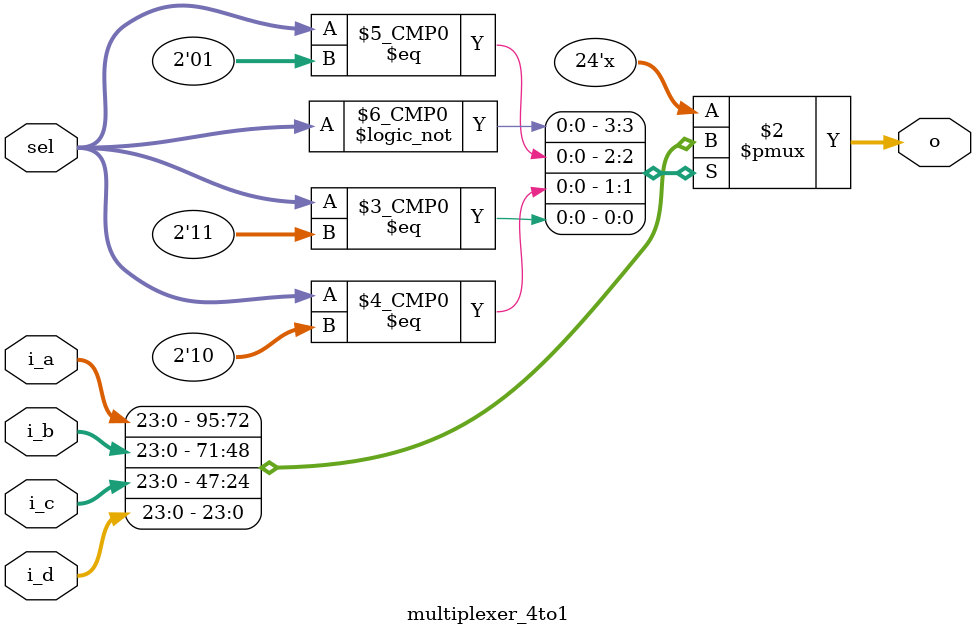
<source format=v>
module multiplexer_4to1 (i_a, i_b, i_c, i_d, sel, o);             
 
// parameters
parameter WIDTH = 24;

// input ports
input signed [WIDTH-1:0] i_a;
input signed [WIDTH-1:0] i_b;
input signed [WIDTH-1:0] i_c;
input signed [WIDTH-1:0] i_d;

// control ports
input [1:0] sel;

// output ports
output signed [WIDTH-1:0] o;

// registers
reg signed [WIDTH-1:0] o;

always@*
begin
    case(sel)
        2'b00 : o = i_a;
        2'b01 : o = i_b;
        2'b10 : o = i_c;
        2'b11 : o = i_d;
        default : o = {(WIDTH){1'b0}};
	endcase
end
endmodule
</source>
